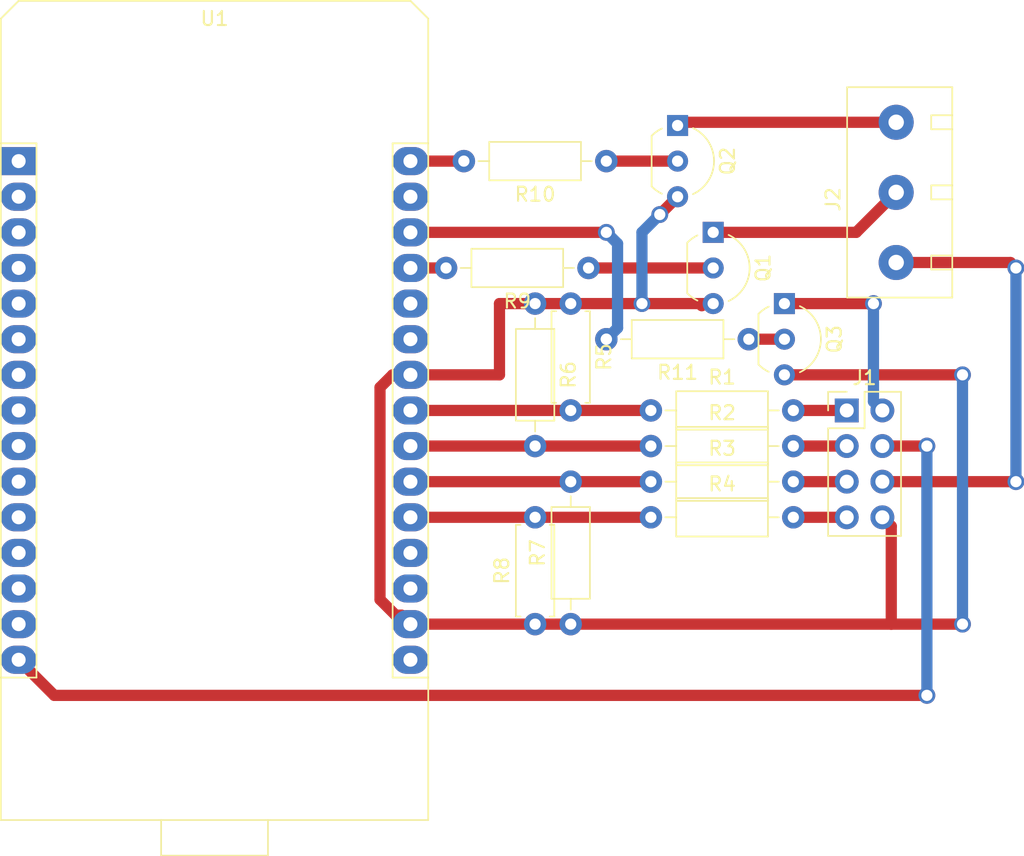
<source format=kicad_pcb>
(kicad_pcb (version 20171130) (host pcbnew 5.1.11-e4df9d881f~92~ubuntu20.04.1)

  (general
    (thickness 1.6)
    (drawings 0)
    (tracks 74)
    (zones 0)
    (modules 17)
    (nets 21)
  )

  (page A4)
  (layers
    (0 F.Cu signal)
    (31 B.Cu signal)
    (32 B.Adhes user)
    (33 F.Adhes user)
    (34 B.Paste user)
    (35 F.Paste user)
    (36 B.SilkS user)
    (37 F.SilkS user)
    (38 B.Mask user)
    (39 F.Mask user)
    (40 Dwgs.User user)
    (41 Cmts.User user)
    (42 Eco1.User user)
    (43 Eco2.User user)
    (44 Edge.Cuts user)
    (45 Margin user)
    (46 B.CrtYd user)
    (47 F.CrtYd user)
    (48 B.Fab user)
    (49 F.Fab user)
  )

  (setup
    (last_trace_width 0.8)
    (trace_clearance 0.5)
    (zone_clearance 0.508)
    (zone_45_only no)
    (trace_min 0.2)
    (via_size 1.2)
    (via_drill 0.8)
    (via_min_size 0.4)
    (via_min_drill 0.3)
    (uvia_size 0.3)
    (uvia_drill 0.1)
    (uvias_allowed no)
    (uvia_min_size 0.2)
    (uvia_min_drill 0.1)
    (edge_width 0.05)
    (segment_width 0.2)
    (pcb_text_width 0.3)
    (pcb_text_size 1.5 1.5)
    (mod_edge_width 0.12)
    (mod_text_size 1 1)
    (mod_text_width 0.15)
    (pad_size 1.524 1.524)
    (pad_drill 0.762)
    (pad_to_mask_clearance 0)
    (aux_axis_origin 0 0)
    (visible_elements FFFFFF7F)
    (pcbplotparams
      (layerselection 0x010fc_ffffffff)
      (usegerberextensions false)
      (usegerberattributes true)
      (usegerberadvancedattributes true)
      (creategerberjobfile true)
      (excludeedgelayer true)
      (linewidth 0.100000)
      (plotframeref false)
      (viasonmask false)
      (mode 1)
      (useauxorigin false)
      (hpglpennumber 1)
      (hpglpenspeed 20)
      (hpglpendiameter 15.000000)
      (psnegative false)
      (psa4output false)
      (plotreference true)
      (plotvalue true)
      (plotinvisibletext false)
      (padsonsilk false)
      (subtractmaskfromsilk false)
      (outputformat 1)
      (mirror false)
      (drillshape 1)
      (scaleselection 1)
      (outputdirectory ""))
  )

  (net 0 "")
  (net 1 Master1)
  (net 2 Master2)
  (net 3 Second1)
  (net 4 Second2)
  (net 5 +5V)
  (net 6 Switch)
  (net 7 GND)
  (net 8 "Net-(Q1-Pad2)")
  (net 9 "Net-(R9-Pad2)")
  (net 10 D8)
  (net 11 D7)
  (net 12 D6)
  (net 13 D5)
  (net 14 +12V)
  (net 15 "Net-(J2-Pad2)")
  (net 16 "Net-(Q2-Pad2)")
  (net 17 "Net-(Q3-Pad2)")
  (net 18 "Net-(R10-Pad2)")
  (net 19 "Net-(R11-Pad2)")
  (net 20 "Net-(J2-Pad1)")

  (net_class Default "This is the default net class."
    (clearance 0.5)
    (trace_width 0.8)
    (via_dia 1.2)
    (via_drill 0.8)
    (uvia_dia 0.3)
    (uvia_drill 0.1)
    (add_net +12V)
    (add_net +5V)
    (add_net D5)
    (add_net D6)
    (add_net D7)
    (add_net D8)
    (add_net GND)
    (add_net Master1)
    (add_net Master2)
    (add_net "Net-(J2-Pad1)")
    (add_net "Net-(J2-Pad2)")
    (add_net "Net-(Q1-Pad2)")
    (add_net "Net-(Q2-Pad2)")
    (add_net "Net-(Q3-Pad2)")
    (add_net "Net-(R10-Pad2)")
    (add_net "Net-(R11-Pad2)")
    (add_net "Net-(R9-Pad2)")
    (add_net Second1)
    (add_net Second2)
    (add_net Switch)
  )

  (module Connector_PinHeader_2.54mm:PinHeader_2x04_P2.54mm_Vertical (layer F.Cu) (tedit 59FED5CC) (tstamp 61717F7E)
    (at 161.925 111.76)
    (descr "Through hole straight pin header, 2x04, 2.54mm pitch, double rows")
    (tags "Through hole pin header THT 2x04 2.54mm double row")
    (path /616E8FB9)
    (fp_text reference J1 (at 1.27 -2.33) (layer F.SilkS)
      (effects (font (size 1 1) (thickness 0.15)))
    )
    (fp_text value Conn_02x04_Odd_Even (at 1.27 9.95) (layer F.Fab)
      (effects (font (size 1 1) (thickness 0.15)))
    )
    (fp_line (start 0 -1.27) (end 3.81 -1.27) (layer F.Fab) (width 0.1))
    (fp_line (start 3.81 -1.27) (end 3.81 8.89) (layer F.Fab) (width 0.1))
    (fp_line (start 3.81 8.89) (end -1.27 8.89) (layer F.Fab) (width 0.1))
    (fp_line (start -1.27 8.89) (end -1.27 0) (layer F.Fab) (width 0.1))
    (fp_line (start -1.27 0) (end 0 -1.27) (layer F.Fab) (width 0.1))
    (fp_line (start -1.33 8.95) (end 3.87 8.95) (layer F.SilkS) (width 0.12))
    (fp_line (start -1.33 1.27) (end -1.33 8.95) (layer F.SilkS) (width 0.12))
    (fp_line (start 3.87 -1.33) (end 3.87 8.95) (layer F.SilkS) (width 0.12))
    (fp_line (start -1.33 1.27) (end 1.27 1.27) (layer F.SilkS) (width 0.12))
    (fp_line (start 1.27 1.27) (end 1.27 -1.33) (layer F.SilkS) (width 0.12))
    (fp_line (start 1.27 -1.33) (end 3.87 -1.33) (layer F.SilkS) (width 0.12))
    (fp_line (start -1.33 0) (end -1.33 -1.33) (layer F.SilkS) (width 0.12))
    (fp_line (start -1.33 -1.33) (end 0 -1.33) (layer F.SilkS) (width 0.12))
    (fp_line (start -1.8 -1.8) (end -1.8 9.4) (layer F.CrtYd) (width 0.05))
    (fp_line (start -1.8 9.4) (end 4.35 9.4) (layer F.CrtYd) (width 0.05))
    (fp_line (start 4.35 9.4) (end 4.35 -1.8) (layer F.CrtYd) (width 0.05))
    (fp_line (start 4.35 -1.8) (end -1.8 -1.8) (layer F.CrtYd) (width 0.05))
    (fp_text user %R (at 1.27 3.81 90) (layer F.Fab)
      (effects (font (size 1 1) (thickness 0.15)))
    )
    (pad 1 thru_hole rect (at 0 0) (size 1.7 1.7) (drill 1) (layers *.Cu *.Mask)
      (net 1 Master1))
    (pad 2 thru_hole oval (at 2.54 0) (size 1.7 1.7) (drill 1) (layers *.Cu *.Mask)
      (net 6 Switch))
    (pad 3 thru_hole oval (at 0 2.54) (size 1.7 1.7) (drill 1) (layers *.Cu *.Mask)
      (net 2 Master2))
    (pad 4 thru_hole oval (at 2.54 2.54) (size 1.7 1.7) (drill 1) (layers *.Cu *.Mask)
      (net 5 +5V))
    (pad 5 thru_hole oval (at 0 5.08) (size 1.7 1.7) (drill 1) (layers *.Cu *.Mask)
      (net 3 Second1))
    (pad 6 thru_hole oval (at 2.54 5.08) (size 1.7 1.7) (drill 1) (layers *.Cu *.Mask)
      (net 14 +12V))
    (pad 7 thru_hole oval (at 0 7.62) (size 1.7 1.7) (drill 1) (layers *.Cu *.Mask)
      (net 4 Second2))
    (pad 8 thru_hole oval (at 2.54 7.62) (size 1.7 1.7) (drill 1) (layers *.Cu *.Mask)
      (net 7 GND))
    (model ${KISYS3DMOD}/Connector_PinHeader_2.54mm.3dshapes/PinHeader_2x04_P2.54mm_Vertical.wrl
      (at (xyz 0 0 0))
      (scale (xyz 1 1 1))
      (rotate (xyz 0 0 0))
    )
  )

  (module Resistor_THT:R_Axial_DIN0207_L6.3mm_D2.5mm_P10.16mm_Horizontal (layer F.Cu) (tedit 5AE5139B) (tstamp 61717FCE)
    (at 147.955 111.76)
    (descr "Resistor, Axial_DIN0207 series, Axial, Horizontal, pin pitch=10.16mm, 0.25W = 1/4W, length*diameter=6.3*2.5mm^2, http://cdn-reichelt.de/documents/datenblatt/B400/1_4W%23YAG.pdf")
    (tags "Resistor Axial_DIN0207 series Axial Horizontal pin pitch 10.16mm 0.25W = 1/4W length 6.3mm diameter 2.5mm")
    (path /616EFE50)
    (fp_text reference R1 (at 5.08 -2.37) (layer F.SilkS)
      (effects (font (size 1 1) (thickness 0.15)))
    )
    (fp_text value 15k (at 5.08 2.37) (layer F.Fab)
      (effects (font (size 1 1) (thickness 0.15)))
    )
    (fp_line (start 11.21 -1.5) (end -1.05 -1.5) (layer F.CrtYd) (width 0.05))
    (fp_line (start 11.21 1.5) (end 11.21 -1.5) (layer F.CrtYd) (width 0.05))
    (fp_line (start -1.05 1.5) (end 11.21 1.5) (layer F.CrtYd) (width 0.05))
    (fp_line (start -1.05 -1.5) (end -1.05 1.5) (layer F.CrtYd) (width 0.05))
    (fp_line (start 9.12 0) (end 8.35 0) (layer F.SilkS) (width 0.12))
    (fp_line (start 1.04 0) (end 1.81 0) (layer F.SilkS) (width 0.12))
    (fp_line (start 8.35 -1.37) (end 1.81 -1.37) (layer F.SilkS) (width 0.12))
    (fp_line (start 8.35 1.37) (end 8.35 -1.37) (layer F.SilkS) (width 0.12))
    (fp_line (start 1.81 1.37) (end 8.35 1.37) (layer F.SilkS) (width 0.12))
    (fp_line (start 1.81 -1.37) (end 1.81 1.37) (layer F.SilkS) (width 0.12))
    (fp_line (start 10.16 0) (end 8.23 0) (layer F.Fab) (width 0.1))
    (fp_line (start 0 0) (end 1.93 0) (layer F.Fab) (width 0.1))
    (fp_line (start 8.23 -1.25) (end 1.93 -1.25) (layer F.Fab) (width 0.1))
    (fp_line (start 8.23 1.25) (end 8.23 -1.25) (layer F.Fab) (width 0.1))
    (fp_line (start 1.93 1.25) (end 8.23 1.25) (layer F.Fab) (width 0.1))
    (fp_line (start 1.93 -1.25) (end 1.93 1.25) (layer F.Fab) (width 0.1))
    (fp_text user %R (at 5.08 0) (layer F.Fab)
      (effects (font (size 1 1) (thickness 0.15)))
    )
    (pad 2 thru_hole oval (at 10.16 0) (size 1.6 1.6) (drill 0.8) (layers *.Cu *.Mask)
      (net 1 Master1))
    (pad 1 thru_hole circle (at 0 0) (size 1.6 1.6) (drill 0.8) (layers *.Cu *.Mask)
      (net 13 D5))
    (model ${KISYS3DMOD}/Resistor_THT.3dshapes/R_Axial_DIN0207_L6.3mm_D2.5mm_P10.16mm_Horizontal.wrl
      (at (xyz 0 0 0))
      (scale (xyz 1 1 1))
      (rotate (xyz 0 0 0))
    )
  )

  (module Resistor_THT:R_Axial_DIN0207_L6.3mm_D2.5mm_P10.16mm_Horizontal (layer F.Cu) (tedit 5AE5139B) (tstamp 6171801C)
    (at 147.955 114.3)
    (descr "Resistor, Axial_DIN0207 series, Axial, Horizontal, pin pitch=10.16mm, 0.25W = 1/4W, length*diameter=6.3*2.5mm^2, http://cdn-reichelt.de/documents/datenblatt/B400/1_4W%23YAG.pdf")
    (tags "Resistor Axial_DIN0207 series Axial Horizontal pin pitch 10.16mm 0.25W = 1/4W length 6.3mm diameter 2.5mm")
    (path /616FE5D3)
    (fp_text reference R2 (at 5.08 -2.37) (layer F.SilkS)
      (effects (font (size 1 1) (thickness 0.15)))
    )
    (fp_text value 15k (at 5.08 2.37) (layer F.Fab)
      (effects (font (size 1 1) (thickness 0.15)))
    )
    (fp_line (start 11.21 -1.5) (end -1.05 -1.5) (layer F.CrtYd) (width 0.05))
    (fp_line (start 11.21 1.5) (end 11.21 -1.5) (layer F.CrtYd) (width 0.05))
    (fp_line (start -1.05 1.5) (end 11.21 1.5) (layer F.CrtYd) (width 0.05))
    (fp_line (start -1.05 -1.5) (end -1.05 1.5) (layer F.CrtYd) (width 0.05))
    (fp_line (start 9.12 0) (end 8.35 0) (layer F.SilkS) (width 0.12))
    (fp_line (start 1.04 0) (end 1.81 0) (layer F.SilkS) (width 0.12))
    (fp_line (start 8.35 -1.37) (end 1.81 -1.37) (layer F.SilkS) (width 0.12))
    (fp_line (start 8.35 1.37) (end 8.35 -1.37) (layer F.SilkS) (width 0.12))
    (fp_line (start 1.81 1.37) (end 8.35 1.37) (layer F.SilkS) (width 0.12))
    (fp_line (start 1.81 -1.37) (end 1.81 1.37) (layer F.SilkS) (width 0.12))
    (fp_line (start 10.16 0) (end 8.23 0) (layer F.Fab) (width 0.1))
    (fp_line (start 0 0) (end 1.93 0) (layer F.Fab) (width 0.1))
    (fp_line (start 8.23 -1.25) (end 1.93 -1.25) (layer F.Fab) (width 0.1))
    (fp_line (start 8.23 1.25) (end 8.23 -1.25) (layer F.Fab) (width 0.1))
    (fp_line (start 1.93 1.25) (end 8.23 1.25) (layer F.Fab) (width 0.1))
    (fp_line (start 1.93 -1.25) (end 1.93 1.25) (layer F.Fab) (width 0.1))
    (fp_text user %R (at 5.08 0) (layer F.Fab)
      (effects (font (size 1 1) (thickness 0.15)))
    )
    (pad 2 thru_hole oval (at 10.16 0) (size 1.6 1.6) (drill 0.8) (layers *.Cu *.Mask)
      (net 2 Master2))
    (pad 1 thru_hole circle (at 0 0) (size 1.6 1.6) (drill 0.8) (layers *.Cu *.Mask)
      (net 12 D6))
    (model ${KISYS3DMOD}/Resistor_THT.3dshapes/R_Axial_DIN0207_L6.3mm_D2.5mm_P10.16mm_Horizontal.wrl
      (at (xyz 0 0 0))
      (scale (xyz 1 1 1))
      (rotate (xyz 0 0 0))
    )
  )

  (module Resistor_THT:R_Axial_DIN0207_L6.3mm_D2.5mm_P10.16mm_Horizontal (layer F.Cu) (tedit 5AE5139B) (tstamp 617181AA)
    (at 147.955 116.84)
    (descr "Resistor, Axial_DIN0207 series, Axial, Horizontal, pin pitch=10.16mm, 0.25W = 1/4W, length*diameter=6.3*2.5mm^2, http://cdn-reichelt.de/documents/datenblatt/B400/1_4W%23YAG.pdf")
    (tags "Resistor Axial_DIN0207 series Axial Horizontal pin pitch 10.16mm 0.25W = 1/4W length 6.3mm diameter 2.5mm")
    (path /61704A6F)
    (fp_text reference R3 (at 5.08 -2.37) (layer F.SilkS)
      (effects (font (size 1 1) (thickness 0.15)))
    )
    (fp_text value 15k (at 5.08 2.37) (layer F.Fab)
      (effects (font (size 1 1) (thickness 0.15)))
    )
    (fp_line (start 11.21 -1.5) (end -1.05 -1.5) (layer F.CrtYd) (width 0.05))
    (fp_line (start 11.21 1.5) (end 11.21 -1.5) (layer F.CrtYd) (width 0.05))
    (fp_line (start -1.05 1.5) (end 11.21 1.5) (layer F.CrtYd) (width 0.05))
    (fp_line (start -1.05 -1.5) (end -1.05 1.5) (layer F.CrtYd) (width 0.05))
    (fp_line (start 9.12 0) (end 8.35 0) (layer F.SilkS) (width 0.12))
    (fp_line (start 1.04 0) (end 1.81 0) (layer F.SilkS) (width 0.12))
    (fp_line (start 8.35 -1.37) (end 1.81 -1.37) (layer F.SilkS) (width 0.12))
    (fp_line (start 8.35 1.37) (end 8.35 -1.37) (layer F.SilkS) (width 0.12))
    (fp_line (start 1.81 1.37) (end 8.35 1.37) (layer F.SilkS) (width 0.12))
    (fp_line (start 1.81 -1.37) (end 1.81 1.37) (layer F.SilkS) (width 0.12))
    (fp_line (start 10.16 0) (end 8.23 0) (layer F.Fab) (width 0.1))
    (fp_line (start 0 0) (end 1.93 0) (layer F.Fab) (width 0.1))
    (fp_line (start 8.23 -1.25) (end 1.93 -1.25) (layer F.Fab) (width 0.1))
    (fp_line (start 8.23 1.25) (end 8.23 -1.25) (layer F.Fab) (width 0.1))
    (fp_line (start 1.93 1.25) (end 8.23 1.25) (layer F.Fab) (width 0.1))
    (fp_line (start 1.93 -1.25) (end 1.93 1.25) (layer F.Fab) (width 0.1))
    (fp_text user %R (at 5.08 0) (layer F.Fab)
      (effects (font (size 1 1) (thickness 0.15)))
    )
    (pad 2 thru_hole oval (at 10.16 0) (size 1.6 1.6) (drill 0.8) (layers *.Cu *.Mask)
      (net 3 Second1))
    (pad 1 thru_hole circle (at 0 0) (size 1.6 1.6) (drill 0.8) (layers *.Cu *.Mask)
      (net 11 D7))
    (model ${KISYS3DMOD}/Resistor_THT.3dshapes/R_Axial_DIN0207_L6.3mm_D2.5mm_P10.16mm_Horizontal.wrl
      (at (xyz 0 0 0))
      (scale (xyz 1 1 1))
      (rotate (xyz 0 0 0))
    )
  )

  (module Resistor_THT:R_Axial_DIN0207_L6.3mm_D2.5mm_P10.16mm_Horizontal (layer F.Cu) (tedit 5AE5139B) (tstamp 617180A0)
    (at 147.955 119.38)
    (descr "Resistor, Axial_DIN0207 series, Axial, Horizontal, pin pitch=10.16mm, 0.25W = 1/4W, length*diameter=6.3*2.5mm^2, http://cdn-reichelt.de/documents/datenblatt/B400/1_4W%23YAG.pdf")
    (tags "Resistor Axial_DIN0207 series Axial Horizontal pin pitch 10.16mm 0.25W = 1/4W length 6.3mm diameter 2.5mm")
    (path /61706E06)
    (fp_text reference R4 (at 5.08 -2.37) (layer F.SilkS)
      (effects (font (size 1 1) (thickness 0.15)))
    )
    (fp_text value 15k (at 5.08 2.37) (layer F.Fab)
      (effects (font (size 1 1) (thickness 0.15)))
    )
    (fp_line (start 11.21 -1.5) (end -1.05 -1.5) (layer F.CrtYd) (width 0.05))
    (fp_line (start 11.21 1.5) (end 11.21 -1.5) (layer F.CrtYd) (width 0.05))
    (fp_line (start -1.05 1.5) (end 11.21 1.5) (layer F.CrtYd) (width 0.05))
    (fp_line (start -1.05 -1.5) (end -1.05 1.5) (layer F.CrtYd) (width 0.05))
    (fp_line (start 9.12 0) (end 8.35 0) (layer F.SilkS) (width 0.12))
    (fp_line (start 1.04 0) (end 1.81 0) (layer F.SilkS) (width 0.12))
    (fp_line (start 8.35 -1.37) (end 1.81 -1.37) (layer F.SilkS) (width 0.12))
    (fp_line (start 8.35 1.37) (end 8.35 -1.37) (layer F.SilkS) (width 0.12))
    (fp_line (start 1.81 1.37) (end 8.35 1.37) (layer F.SilkS) (width 0.12))
    (fp_line (start 1.81 -1.37) (end 1.81 1.37) (layer F.SilkS) (width 0.12))
    (fp_line (start 10.16 0) (end 8.23 0) (layer F.Fab) (width 0.1))
    (fp_line (start 0 0) (end 1.93 0) (layer F.Fab) (width 0.1))
    (fp_line (start 8.23 -1.25) (end 1.93 -1.25) (layer F.Fab) (width 0.1))
    (fp_line (start 8.23 1.25) (end 8.23 -1.25) (layer F.Fab) (width 0.1))
    (fp_line (start 1.93 1.25) (end 8.23 1.25) (layer F.Fab) (width 0.1))
    (fp_line (start 1.93 -1.25) (end 1.93 1.25) (layer F.Fab) (width 0.1))
    (fp_text user %R (at 5.08 0) (layer F.Fab)
      (effects (font (size 1 1) (thickness 0.15)))
    )
    (pad 2 thru_hole oval (at 10.16 0) (size 1.6 1.6) (drill 0.8) (layers *.Cu *.Mask)
      (net 4 Second2))
    (pad 1 thru_hole circle (at 0 0) (size 1.6 1.6) (drill 0.8) (layers *.Cu *.Mask)
      (net 10 D8))
    (model ${KISYS3DMOD}/Resistor_THT.3dshapes/R_Axial_DIN0207_L6.3mm_D2.5mm_P10.16mm_Horizontal.wrl
      (at (xyz 0 0 0))
      (scale (xyz 1 1 1))
      (rotate (xyz 0 0 0))
    )
  )

  (module Resistor_THT:R_Axial_DIN0207_L6.3mm_D2.5mm_P10.16mm_Horizontal (layer F.Cu) (tedit 5AE5139B) (tstamp 616F38D1)
    (at 139.7 104.14 270)
    (descr "Resistor, Axial_DIN0207 series, Axial, Horizontal, pin pitch=10.16mm, 0.25W = 1/4W, length*diameter=6.3*2.5mm^2, http://cdn-reichelt.de/documents/datenblatt/B400/1_4W%23YAG.pdf")
    (tags "Resistor Axial_DIN0207 series Axial Horizontal pin pitch 10.16mm 0.25W = 1/4W length 6.3mm diameter 2.5mm")
    (path /616FE5D9)
    (fp_text reference R6 (at 5.08 -2.37 90) (layer F.SilkS)
      (effects (font (size 1 1) (thickness 0.15)))
    )
    (fp_text value 1,2k (at 5.08 2.37 90) (layer F.Fab)
      (effects (font (size 1 1) (thickness 0.15)))
    )
    (fp_line (start 1.93 -1.25) (end 1.93 1.25) (layer F.Fab) (width 0.1))
    (fp_line (start 1.93 1.25) (end 8.23 1.25) (layer F.Fab) (width 0.1))
    (fp_line (start 8.23 1.25) (end 8.23 -1.25) (layer F.Fab) (width 0.1))
    (fp_line (start 8.23 -1.25) (end 1.93 -1.25) (layer F.Fab) (width 0.1))
    (fp_line (start 0 0) (end 1.93 0) (layer F.Fab) (width 0.1))
    (fp_line (start 10.16 0) (end 8.23 0) (layer F.Fab) (width 0.1))
    (fp_line (start 1.81 -1.37) (end 1.81 1.37) (layer F.SilkS) (width 0.12))
    (fp_line (start 1.81 1.37) (end 8.35 1.37) (layer F.SilkS) (width 0.12))
    (fp_line (start 8.35 1.37) (end 8.35 -1.37) (layer F.SilkS) (width 0.12))
    (fp_line (start 8.35 -1.37) (end 1.81 -1.37) (layer F.SilkS) (width 0.12))
    (fp_line (start 1.04 0) (end 1.81 0) (layer F.SilkS) (width 0.12))
    (fp_line (start 9.12 0) (end 8.35 0) (layer F.SilkS) (width 0.12))
    (fp_line (start -1.05 -1.5) (end -1.05 1.5) (layer F.CrtYd) (width 0.05))
    (fp_line (start -1.05 1.5) (end 11.21 1.5) (layer F.CrtYd) (width 0.05))
    (fp_line (start 11.21 1.5) (end 11.21 -1.5) (layer F.CrtYd) (width 0.05))
    (fp_line (start 11.21 -1.5) (end -1.05 -1.5) (layer F.CrtYd) (width 0.05))
    (fp_text user %R (at 5.08 0 90) (layer F.Fab)
      (effects (font (size 1 1) (thickness 0.15)))
    )
    (pad 1 thru_hole circle (at 0 0 270) (size 1.6 1.6) (drill 0.8) (layers *.Cu *.Mask)
      (net 7 GND))
    (pad 2 thru_hole oval (at 10.16 0 270) (size 1.6 1.6) (drill 0.8) (layers *.Cu *.Mask)
      (net 12 D6))
    (model ${KISYS3DMOD}/Resistor_THT.3dshapes/R_Axial_DIN0207_L6.3mm_D2.5mm_P10.16mm_Horizontal.wrl
      (at (xyz 0 0 0))
      (scale (xyz 1 1 1))
      (rotate (xyz 0 0 0))
    )
  )

  (module Resistor_THT:R_Axial_DIN0207_L6.3mm_D2.5mm_P10.16mm_Horizontal (layer F.Cu) (tedit 5AE5139B) (tstamp 616F38E8)
    (at 142.24 127 90)
    (descr "Resistor, Axial_DIN0207 series, Axial, Horizontal, pin pitch=10.16mm, 0.25W = 1/4W, length*diameter=6.3*2.5mm^2, http://cdn-reichelt.de/documents/datenblatt/B400/1_4W%23YAG.pdf")
    (tags "Resistor Axial_DIN0207 series Axial Horizontal pin pitch 10.16mm 0.25W = 1/4W length 6.3mm diameter 2.5mm")
    (path /61704A75)
    (fp_text reference R7 (at 5.08 -2.37 90) (layer F.SilkS)
      (effects (font (size 1 1) (thickness 0.15)))
    )
    (fp_text value 1,2k (at 5.08 2.37 90) (layer F.Fab)
      (effects (font (size 1 1) (thickness 0.15)))
    )
    (fp_line (start 1.93 -1.25) (end 1.93 1.25) (layer F.Fab) (width 0.1))
    (fp_line (start 1.93 1.25) (end 8.23 1.25) (layer F.Fab) (width 0.1))
    (fp_line (start 8.23 1.25) (end 8.23 -1.25) (layer F.Fab) (width 0.1))
    (fp_line (start 8.23 -1.25) (end 1.93 -1.25) (layer F.Fab) (width 0.1))
    (fp_line (start 0 0) (end 1.93 0) (layer F.Fab) (width 0.1))
    (fp_line (start 10.16 0) (end 8.23 0) (layer F.Fab) (width 0.1))
    (fp_line (start 1.81 -1.37) (end 1.81 1.37) (layer F.SilkS) (width 0.12))
    (fp_line (start 1.81 1.37) (end 8.35 1.37) (layer F.SilkS) (width 0.12))
    (fp_line (start 8.35 1.37) (end 8.35 -1.37) (layer F.SilkS) (width 0.12))
    (fp_line (start 8.35 -1.37) (end 1.81 -1.37) (layer F.SilkS) (width 0.12))
    (fp_line (start 1.04 0) (end 1.81 0) (layer F.SilkS) (width 0.12))
    (fp_line (start 9.12 0) (end 8.35 0) (layer F.SilkS) (width 0.12))
    (fp_line (start -1.05 -1.5) (end -1.05 1.5) (layer F.CrtYd) (width 0.05))
    (fp_line (start -1.05 1.5) (end 11.21 1.5) (layer F.CrtYd) (width 0.05))
    (fp_line (start 11.21 1.5) (end 11.21 -1.5) (layer F.CrtYd) (width 0.05))
    (fp_line (start 11.21 -1.5) (end -1.05 -1.5) (layer F.CrtYd) (width 0.05))
    (fp_text user %R (at 5.08 0 90) (layer F.Fab)
      (effects (font (size 1 1) (thickness 0.15)))
    )
    (pad 1 thru_hole circle (at 0 0 90) (size 1.6 1.6) (drill 0.8) (layers *.Cu *.Mask)
      (net 7 GND))
    (pad 2 thru_hole oval (at 10.16 0 90) (size 1.6 1.6) (drill 0.8) (layers *.Cu *.Mask)
      (net 11 D7))
    (model ${KISYS3DMOD}/Resistor_THT.3dshapes/R_Axial_DIN0207_L6.3mm_D2.5mm_P10.16mm_Horizontal.wrl
      (at (xyz 0 0 0))
      (scale (xyz 1 1 1))
      (rotate (xyz 0 0 0))
    )
  )

  (module Resistor_THT:R_Axial_DIN0207_L6.3mm_D2.5mm_P10.16mm_Horizontal (layer F.Cu) (tedit 5AE5139B) (tstamp 616F3916)
    (at 143.51 101.6 180)
    (descr "Resistor, Axial_DIN0207 series, Axial, Horizontal, pin pitch=10.16mm, 0.25W = 1/4W, length*diameter=6.3*2.5mm^2, http://cdn-reichelt.de/documents/datenblatt/B400/1_4W%23YAG.pdf")
    (tags "Resistor Axial_DIN0207 series Axial Horizontal pin pitch 10.16mm 0.25W = 1/4W length 6.3mm diameter 2.5mm")
    (path /616D9C2F)
    (fp_text reference R9 (at 5.08 -2.37) (layer F.SilkS)
      (effects (font (size 1 1) (thickness 0.15)))
    )
    (fp_text value R (at 5.08 2.37) (layer F.Fab)
      (effects (font (size 1 1) (thickness 0.15)))
    )
    (fp_line (start 1.93 -1.25) (end 1.93 1.25) (layer F.Fab) (width 0.1))
    (fp_line (start 1.93 1.25) (end 8.23 1.25) (layer F.Fab) (width 0.1))
    (fp_line (start 8.23 1.25) (end 8.23 -1.25) (layer F.Fab) (width 0.1))
    (fp_line (start 8.23 -1.25) (end 1.93 -1.25) (layer F.Fab) (width 0.1))
    (fp_line (start 0 0) (end 1.93 0) (layer F.Fab) (width 0.1))
    (fp_line (start 10.16 0) (end 8.23 0) (layer F.Fab) (width 0.1))
    (fp_line (start 1.81 -1.37) (end 1.81 1.37) (layer F.SilkS) (width 0.12))
    (fp_line (start 1.81 1.37) (end 8.35 1.37) (layer F.SilkS) (width 0.12))
    (fp_line (start 8.35 1.37) (end 8.35 -1.37) (layer F.SilkS) (width 0.12))
    (fp_line (start 8.35 -1.37) (end 1.81 -1.37) (layer F.SilkS) (width 0.12))
    (fp_line (start 1.04 0) (end 1.81 0) (layer F.SilkS) (width 0.12))
    (fp_line (start 9.12 0) (end 8.35 0) (layer F.SilkS) (width 0.12))
    (fp_line (start -1.05 -1.5) (end -1.05 1.5) (layer F.CrtYd) (width 0.05))
    (fp_line (start -1.05 1.5) (end 11.21 1.5) (layer F.CrtYd) (width 0.05))
    (fp_line (start 11.21 1.5) (end 11.21 -1.5) (layer F.CrtYd) (width 0.05))
    (fp_line (start 11.21 -1.5) (end -1.05 -1.5) (layer F.CrtYd) (width 0.05))
    (fp_text user %R (at 5.08 0) (layer F.Fab)
      (effects (font (size 1 1) (thickness 0.15)))
    )
    (pad 1 thru_hole circle (at 0 0 180) (size 1.6 1.6) (drill 0.8) (layers *.Cu *.Mask)
      (net 8 "Net-(Q1-Pad2)"))
    (pad 2 thru_hole oval (at 10.16 0 180) (size 1.6 1.6) (drill 0.8) (layers *.Cu *.Mask)
      (net 9 "Net-(R9-Pad2)"))
    (model ${KISYS3DMOD}/Resistor_THT.3dshapes/R_Axial_DIN0207_L6.3mm_D2.5mm_P10.16mm_Horizontal.wrl
      (at (xyz 0 0 0))
      (scale (xyz 1 1 1))
      (rotate (xyz 0 0 0))
    )
  )

  (module myself:node_MCU_ESP8266_longpad (layer F.Cu) (tedit 616FC4E3) (tstamp 617033E1)
    (at 102.87 93.98)
    (descr "Arduino Nano, http://www.mouser.com/pdfdocs/Gravitech_Arduino_Nano3_0.pdf")
    (tags "Arduino Nano")
    (path /616D6B6E)
    (fp_text reference U1 (at 13.97 -10.16) (layer F.SilkS)
      (effects (font (size 1 1) (thickness 0.15)))
    )
    (fp_text value NodeMCU_Amica_R2 (at 13.97 19.05 90) (layer F.Fab)
      (effects (font (size 1 1) (thickness 0.15)))
    )
    (fp_line (start 10.16 46.99) (end -1.27 46.99) (layer F.CrtYd) (width 0.12))
    (fp_line (start 10.16 49.53) (end 10.16 46.99) (layer F.CrtYd) (width 0.12))
    (fp_line (start 17.78 49.53) (end 10.16 49.53) (layer F.CrtYd) (width 0.12))
    (fp_line (start 17.78 46.99) (end 17.78 49.53) (layer F.CrtYd) (width 0.12))
    (fp_line (start 27.94 -11.43) (end 29.21 -10.16) (layer F.SilkS) (width 0.12))
    (fp_line (start -1.27 -10.16) (end 0 -11.43) (layer F.SilkS) (width 0.12))
    (fp_line (start 17.78 49.53) (end 17.78 46.99) (layer F.SilkS) (width 0.12))
    (fp_line (start 10.16 49.53) (end 17.78 49.53) (layer F.SilkS) (width 0.12))
    (fp_line (start 10.16 46.99) (end 10.16 49.53) (layer F.SilkS) (width 0.12))
    (fp_line (start 29.21 46.99) (end 17.78 46.99) (layer F.CrtYd) (width 0.05))
    (fp_line (start 29.21 46.99) (end 29.21 -11.43) (layer F.CrtYd) (width 0.05))
    (fp_line (start -1.27 -11.43) (end -1.27 46.99) (layer F.CrtYd) (width 0.05))
    (fp_line (start -1.27 -11.43) (end 29.21 -11.43) (layer F.CrtYd) (width 0.05))
    (fp_line (start 27.94 -11.43) (end 0 -11.43) (layer F.SilkS) (width 0.12))
    (fp_line (start 29.21 46.99) (end 29.21 -10.16) (layer F.SilkS) (width 0.12))
    (fp_line (start -1.27 46.99) (end 29.21 46.99) (layer F.SilkS) (width 0.12))
    (fp_line (start 1.27 36.83) (end -1.27 36.83) (layer F.SilkS) (width 0.12))
    (fp_line (start 1.27 1.27) (end 1.27 36.83) (layer F.SilkS) (width 0.12))
    (fp_line (start 26.67 36.83) (end 29.21 36.83) (layer F.SilkS) (width 0.12))
    (fp_line (start 26.67 -1.27) (end 26.67 36.83) (layer F.SilkS) (width 0.12))
    (fp_line (start 26.67 -1.27) (end 29.21 -1.27) (layer F.SilkS) (width 0.12))
    (fp_line (start -1.27 -10.16) (end -1.27 46.99) (layer F.SilkS) (width 0.12))
    (fp_line (start 1.27 -1.27) (end -1.27 -1.27) (layer F.SilkS) (width 0.12))
    (fp_line (start 1.27 1.27) (end 1.27 -1.27) (layer F.SilkS) (width 0.12))
    (pad 1 thru_hole rect (at 0 0) (size 2.54 2) (drill 1) (layers *.Cu *.Mask))
    (pad 17 thru_hole oval (at 27.94 33.02) (size 2.54 2) (drill 1) (layers *.Cu *.Mask)
      (net 7 GND))
    (pad 2 thru_hole oval (at 0 2.54) (size 2.54 2) (drill 1) (layers *.Cu *.Mask))
    (pad 18 thru_hole oval (at 27.94 30.48) (size 2.54 2) (drill 1) (layers *.Cu *.Mask))
    (pad 3 thru_hole oval (at 0 5.08) (size 2.54 2) (drill 1) (layers *.Cu *.Mask))
    (pad 19 thru_hole oval (at 27.94 27.94) (size 2.54 2) (drill 1) (layers *.Cu *.Mask))
    (pad 4 thru_hole oval (at 0 7.62) (size 2.54 2) (drill 1) (layers *.Cu *.Mask))
    (pad 20 thru_hole oval (at 27.94 25.4) (size 2.54 2) (drill 1) (layers *.Cu *.Mask)
      (net 10 D8))
    (pad 5 thru_hole oval (at 0 10.16) (size 2.54 2) (drill 1) (layers *.Cu *.Mask))
    (pad 21 thru_hole oval (at 27.94 22.86) (size 2.54 2) (drill 1) (layers *.Cu *.Mask)
      (net 11 D7))
    (pad 6 thru_hole oval (at 0 12.7) (size 2.54 2) (drill 1) (layers *.Cu *.Mask))
    (pad 22 thru_hole oval (at 27.94 20.32) (size 2.54 2) (drill 1) (layers *.Cu *.Mask)
      (net 12 D6))
    (pad 7 thru_hole oval (at 0 15.24) (size 2.54 2) (drill 1) (layers *.Cu *.Mask))
    (pad 23 thru_hole oval (at 27.94 17.78) (size 2.54 2) (drill 1) (layers *.Cu *.Mask)
      (net 13 D5))
    (pad 8 thru_hole oval (at 0 17.78) (size 2.54 2) (drill 1) (layers *.Cu *.Mask))
    (pad 24 thru_hole oval (at 27.94 15.24) (size 2.54 2) (drill 1) (layers *.Cu *.Mask)
      (net 7 GND))
    (pad 9 thru_hole oval (at 0 20.32) (size 2.54 2) (drill 1) (layers *.Cu *.Mask))
    (pad 25 thru_hole oval (at 27.94 12.7) (size 2.54 2) (drill 1) (layers *.Cu *.Mask))
    (pad 10 thru_hole oval (at 0 22.86) (size 2.54 2) (drill 1) (layers *.Cu *.Mask))
    (pad 26 thru_hole oval (at 27.94 10.16) (size 2.54 2) (drill 1) (layers *.Cu *.Mask))
    (pad 11 thru_hole oval (at 0 25.4) (size 2.54 2) (drill 1) (layers *.Cu *.Mask))
    (pad 27 thru_hole oval (at 27.94 7.62) (size 2.54 2) (drill 1) (layers *.Cu *.Mask)
      (net 9 "Net-(R9-Pad2)"))
    (pad 12 thru_hole oval (at 0 27.94) (size 2.54 2) (drill 1) (layers *.Cu *.Mask))
    (pad 28 thru_hole oval (at 27.94 5.08) (size 2.54 2) (drill 1) (layers *.Cu *.Mask)
      (net 19 "Net-(R11-Pad2)"))
    (pad 13 thru_hole oval (at 0 30.48) (size 2.54 2) (drill 1) (layers *.Cu *.Mask))
    (pad 29 thru_hole oval (at 27.94 2.54) (size 2.54 2) (drill 1) (layers *.Cu *.Mask))
    (pad 14 thru_hole oval (at 0 33.02) (size 2.54 2) (drill 1) (layers *.Cu *.Mask))
    (pad 30 thru_hole oval (at 27.94 0) (size 2.54 2) (drill 1) (layers *.Cu *.Mask)
      (net 18 "Net-(R10-Pad2)"))
    (pad 15 thru_hole oval (at 0 35.56) (size 2.54 2) (drill 1) (layers *.Cu *.Mask)
      (net 5 +5V))
    (pad 16 thru_hole oval (at 27.94 35.56) (size 2.54 2) (drill 1) (layers *.Cu *.Mask))
    (model ${KISYS3DMOD}/Module.3dshapes/Arduino_Nano_WithMountingHoles.wrl
      (at (xyz 0 0 0))
      (scale (xyz 1 1 1))
      (rotate (xyz 0 0 0))
    )
  )

  (module Resistor_THT:R_Axial_DIN0207_L6.3mm_D2.5mm_P7.62mm_Horizontal (layer F.Cu) (tedit 5AE5139B) (tstamp 6171882D)
    (at 142.24 104.14 270)
    (descr "Resistor, Axial_DIN0207 series, Axial, Horizontal, pin pitch=7.62mm, 0.25W = 1/4W, length*diameter=6.3*2.5mm^2, http://cdn-reichelt.de/documents/datenblatt/B400/1_4W%23YAG.pdf")
    (tags "Resistor Axial_DIN0207 series Axial Horizontal pin pitch 7.62mm 0.25W = 1/4W length 6.3mm diameter 2.5mm")
    (path /616F066D)
    (fp_text reference R5 (at 3.81 -2.37 90) (layer F.SilkS)
      (effects (font (size 1 1) (thickness 0.15)))
    )
    (fp_text value 1,2k (at 3.81 2.37 90) (layer F.Fab)
      (effects (font (size 1 1) (thickness 0.15)))
    )
    (fp_line (start 0.66 -1.25) (end 0.66 1.25) (layer F.Fab) (width 0.1))
    (fp_line (start 0.66 1.25) (end 6.96 1.25) (layer F.Fab) (width 0.1))
    (fp_line (start 6.96 1.25) (end 6.96 -1.25) (layer F.Fab) (width 0.1))
    (fp_line (start 6.96 -1.25) (end 0.66 -1.25) (layer F.Fab) (width 0.1))
    (fp_line (start 0 0) (end 0.66 0) (layer F.Fab) (width 0.1))
    (fp_line (start 7.62 0) (end 6.96 0) (layer F.Fab) (width 0.1))
    (fp_line (start 0.54 -1.04) (end 0.54 -1.37) (layer F.SilkS) (width 0.12))
    (fp_line (start 0.54 -1.37) (end 7.08 -1.37) (layer F.SilkS) (width 0.12))
    (fp_line (start 7.08 -1.37) (end 7.08 -1.04) (layer F.SilkS) (width 0.12))
    (fp_line (start 0.54 1.04) (end 0.54 1.37) (layer F.SilkS) (width 0.12))
    (fp_line (start 0.54 1.37) (end 7.08 1.37) (layer F.SilkS) (width 0.12))
    (fp_line (start 7.08 1.37) (end 7.08 1.04) (layer F.SilkS) (width 0.12))
    (fp_line (start -1.05 -1.5) (end -1.05 1.5) (layer F.CrtYd) (width 0.05))
    (fp_line (start -1.05 1.5) (end 8.67 1.5) (layer F.CrtYd) (width 0.05))
    (fp_line (start 8.67 1.5) (end 8.67 -1.5) (layer F.CrtYd) (width 0.05))
    (fp_line (start 8.67 -1.5) (end -1.05 -1.5) (layer F.CrtYd) (width 0.05))
    (fp_text user %R (at 3.81 0 90) (layer F.Fab)
      (effects (font (size 1 1) (thickness 0.15)))
    )
    (pad 1 thru_hole circle (at 0 0 270) (size 1.6 1.6) (drill 0.8) (layers *.Cu *.Mask)
      (net 7 GND))
    (pad 2 thru_hole oval (at 7.62 0 270) (size 1.6 1.6) (drill 0.8) (layers *.Cu *.Mask)
      (net 13 D5))
    (model ${KISYS3DMOD}/Resistor_THT.3dshapes/R_Axial_DIN0207_L6.3mm_D2.5mm_P7.62mm_Horizontal.wrl
      (at (xyz 0 0 0))
      (scale (xyz 1 1 1))
      (rotate (xyz 0 0 0))
    )
  )

  (module Resistor_THT:R_Axial_DIN0207_L6.3mm_D2.5mm_P7.62mm_Horizontal locked (layer F.Cu) (tedit 5AE5139B) (tstamp 61718843)
    (at 139.7 127 90)
    (descr "Resistor, Axial_DIN0207 series, Axial, Horizontal, pin pitch=7.62mm, 0.25W = 1/4W, length*diameter=6.3*2.5mm^2, http://cdn-reichelt.de/documents/datenblatt/B400/1_4W%23YAG.pdf")
    (tags "Resistor Axial_DIN0207 series Axial Horizontal pin pitch 7.62mm 0.25W = 1/4W length 6.3mm diameter 2.5mm")
    (path /61706E0C)
    (fp_text reference R8 (at 3.81 -2.37 90) (layer F.SilkS)
      (effects (font (size 1 1) (thickness 0.15)))
    )
    (fp_text value 1,2k (at 3.81 2.37 90) (layer F.Fab)
      (effects (font (size 1 1) (thickness 0.15)))
    )
    (fp_line (start 8.67 -1.5) (end -1.05 -1.5) (layer F.CrtYd) (width 0.05))
    (fp_line (start 8.67 1.5) (end 8.67 -1.5) (layer F.CrtYd) (width 0.05))
    (fp_line (start -1.05 1.5) (end 8.67 1.5) (layer F.CrtYd) (width 0.05))
    (fp_line (start -1.05 -1.5) (end -1.05 1.5) (layer F.CrtYd) (width 0.05))
    (fp_line (start 7.08 1.37) (end 7.08 1.04) (layer F.SilkS) (width 0.12))
    (fp_line (start 0.54 1.37) (end 7.08 1.37) (layer F.SilkS) (width 0.12))
    (fp_line (start 0.54 1.04) (end 0.54 1.37) (layer F.SilkS) (width 0.12))
    (fp_line (start 7.08 -1.37) (end 7.08 -1.04) (layer F.SilkS) (width 0.12))
    (fp_line (start 0.54 -1.37) (end 7.08 -1.37) (layer F.SilkS) (width 0.12))
    (fp_line (start 0.54 -1.04) (end 0.54 -1.37) (layer F.SilkS) (width 0.12))
    (fp_line (start 7.62 0) (end 6.96 0) (layer F.Fab) (width 0.1))
    (fp_line (start 0 0) (end 0.66 0) (layer F.Fab) (width 0.1))
    (fp_line (start 6.96 -1.25) (end 0.66 -1.25) (layer F.Fab) (width 0.1))
    (fp_line (start 6.96 1.25) (end 6.96 -1.25) (layer F.Fab) (width 0.1))
    (fp_line (start 0.66 1.25) (end 6.96 1.25) (layer F.Fab) (width 0.1))
    (fp_line (start 0.66 -1.25) (end 0.66 1.25) (layer F.Fab) (width 0.1))
    (fp_text user %R (at 3.81 0 90) (layer F.Fab)
      (effects (font (size 1 1) (thickness 0.15)))
    )
    (pad 2 thru_hole oval (at 7.62 0 90) (size 1.6 1.6) (drill 0.8) (layers *.Cu *.Mask)
      (net 10 D8))
    (pad 1 thru_hole circle (at 0 0 90) (size 1.6 1.6) (drill 0.8) (layers *.Cu *.Mask)
      (net 7 GND))
    (model ${KISYS3DMOD}/Resistor_THT.3dshapes/R_Axial_DIN0207_L6.3mm_D2.5mm_P7.62mm_Horizontal.wrl
      (at (xyz 0 0 0))
      (scale (xyz 1 1 1))
      (rotate (xyz 0 0 0))
    )
  )

  (module "myself:Connector 3xPin" (layer F.Cu) (tedit 6016E9A5) (tstamp 6171B5BD)
    (at 171.45 92.71 270)
    (path /61745BB6)
    (fp_text reference J2 (at 4 10.5 90) (layer F.SilkS)
      (effects (font (size 1 1) (thickness 0.15)))
    )
    (fp_text value Conn_01x03_Female (at 3.5 1 90) (layer F.Fab)
      (effects (font (size 1 1) (thickness 0.15)))
    )
    (fp_line (start 8 3.5) (end 8 2) (layer F.SilkS) (width 0.12))
    (fp_line (start 9 3.5) (end 8 3.5) (layer F.SilkS) (width 0.12))
    (fp_line (start 9 2) (end 9 3.5) (layer F.SilkS) (width 0.12))
    (fp_line (start -4 9.5) (end 11 9.5) (layer F.SilkS) (width 0.12))
    (fp_line (start -4 9.5) (end -4 2) (layer F.CrtYd) (width 0.12))
    (fp_line (start 11 2) (end 11 9.5) (layer F.CrtYd) (width 0.12))
    (fp_line (start 4 3.5) (end 4 2) (layer F.SilkS) (width 0.12))
    (fp_line (start 3 3.5) (end 4 3.5) (layer F.SilkS) (width 0.12))
    (fp_line (start 3 2) (end 3 3.5) (layer F.SilkS) (width 0.12))
    (fp_line (start -1 3.5) (end -1 2) (layer F.SilkS) (width 0.12))
    (fp_line (start -2 3.5) (end -1 3.5) (layer F.SilkS) (width 0.12))
    (fp_line (start -2 2) (end -2 3.5) (layer F.SilkS) (width 0.12))
    (fp_line (start -4 9.5) (end -4 2) (layer F.SilkS) (width 0.12))
    (fp_line (start 11 2) (end 11 9.5) (layer F.SilkS) (width 0.12))
    (fp_line (start 11 2) (end -4 2) (layer F.SilkS) (width 0.12))
    (fp_line (start 11 2) (end -4 2) (layer F.CrtYd) (width 0.12))
    (fp_line (start -4 9.5) (end 11 9.5) (layer F.CrtYd) (width 0.12))
    (pad 1 thru_hole circle (at -1.5 6 270) (size 2.5 2.5) (drill 1.1) (layers *.Cu *.Mask)
      (net 20 "Net-(J2-Pad1)"))
    (pad 2 thru_hole circle (at 3.5 6 270) (size 2.5 2.5) (drill 1.1) (layers *.Cu *.Mask)
      (net 15 "Net-(J2-Pad2)"))
    (pad 3 thru_hole circle (at 8.5 6 270) (size 2.5 2.5) (drill 1.1) (layers *.Cu *.Mask)
      (net 14 +12V))
  )

  (module Package_TO_SOT_THT:TO-92_Inline_Wide (layer F.Cu) (tedit 5A02FF81) (tstamp 6171B5BE)
    (at 152.4 99.06 270)
    (descr "TO-92 leads in-line, wide, drill 0.75mm (see NXP sot054_po.pdf)")
    (tags "to-92 sc-43 sc-43a sot54 PA33 transistor")
    (path /616D8668)
    (fp_text reference Q1 (at 2.54 -3.56 90) (layer F.SilkS)
      (effects (font (size 1 1) (thickness 0.15)))
    )
    (fp_text value BC547 (at 2.54 2.79 90) (layer F.Fab)
      (effects (font (size 1 1) (thickness 0.15)))
    )
    (fp_line (start 0.74 1.85) (end 4.34 1.85) (layer F.SilkS) (width 0.12))
    (fp_line (start 0.8 1.75) (end 4.3 1.75) (layer F.Fab) (width 0.1))
    (fp_line (start -1.01 -2.73) (end 6.09 -2.73) (layer F.CrtYd) (width 0.05))
    (fp_line (start -1.01 -2.73) (end -1.01 2.01) (layer F.CrtYd) (width 0.05))
    (fp_line (start 6.09 2.01) (end 6.09 -2.73) (layer F.CrtYd) (width 0.05))
    (fp_line (start 6.09 2.01) (end -1.01 2.01) (layer F.CrtYd) (width 0.05))
    (fp_text user %R (at 2.54 0 90) (layer F.Fab)
      (effects (font (size 1 1) (thickness 0.15)))
    )
    (fp_arc (start 2.54 0) (end 0.74 1.85) (angle 20) (layer F.SilkS) (width 0.12))
    (fp_arc (start 2.54 0) (end 2.54 -2.6) (angle -65) (layer F.SilkS) (width 0.12))
    (fp_arc (start 2.54 0) (end 2.54 -2.6) (angle 65) (layer F.SilkS) (width 0.12))
    (fp_arc (start 2.54 0) (end 2.54 -2.48) (angle 135) (layer F.Fab) (width 0.1))
    (fp_arc (start 2.54 0) (end 2.54 -2.48) (angle -135) (layer F.Fab) (width 0.1))
    (fp_arc (start 2.54 0) (end 4.34 1.85) (angle -20) (layer F.SilkS) (width 0.12))
    (pad 2 thru_hole circle (at 2.54 0 270) (size 1.5 1.5) (drill 0.8) (layers *.Cu *.Mask)
      (net 8 "Net-(Q1-Pad2)"))
    (pad 3 thru_hole circle (at 5.08 0 270) (size 1.5 1.5) (drill 0.8) (layers *.Cu *.Mask)
      (net 7 GND))
    (pad 1 thru_hole rect (at 0 0 270) (size 1.5 1.5) (drill 0.8) (layers *.Cu *.Mask)
      (net 15 "Net-(J2-Pad2)"))
    (model ${KISYS3DMOD}/Package_TO_SOT_THT.3dshapes/TO-92_Inline_Wide.wrl
      (at (xyz 0 0 0))
      (scale (xyz 1 1 1))
      (rotate (xyz 0 0 0))
    )
  )

  (module Package_TO_SOT_THT:TO-92_Inline_Wide (layer F.Cu) (tedit 5A02FF81) (tstamp 6171B5E4)
    (at 149.86 91.44 270)
    (descr "TO-92 leads in-line, wide, drill 0.75mm (see NXP sot054_po.pdf)")
    (tags "to-92 sc-43 sc-43a sot54 PA33 transistor")
    (path /61743620)
    (fp_text reference Q2 (at 2.54 -3.56 90) (layer F.SilkS)
      (effects (font (size 1 1) (thickness 0.15)))
    )
    (fp_text value BC547 (at 2.54 2.79 90) (layer F.Fab)
      (effects (font (size 1 1) (thickness 0.15)))
    )
    (fp_line (start 0.74 1.85) (end 4.34 1.85) (layer F.SilkS) (width 0.12))
    (fp_line (start 0.8 1.75) (end 4.3 1.75) (layer F.Fab) (width 0.1))
    (fp_line (start -1.01 -2.73) (end 6.09 -2.73) (layer F.CrtYd) (width 0.05))
    (fp_line (start -1.01 -2.73) (end -1.01 2.01) (layer F.CrtYd) (width 0.05))
    (fp_line (start 6.09 2.01) (end 6.09 -2.73) (layer F.CrtYd) (width 0.05))
    (fp_line (start 6.09 2.01) (end -1.01 2.01) (layer F.CrtYd) (width 0.05))
    (fp_text user %R (at 2.54 0 90) (layer F.Fab)
      (effects (font (size 1 1) (thickness 0.15)))
    )
    (fp_arc (start 2.54 0) (end 0.74 1.85) (angle 20) (layer F.SilkS) (width 0.12))
    (fp_arc (start 2.54 0) (end 2.54 -2.6) (angle -65) (layer F.SilkS) (width 0.12))
    (fp_arc (start 2.54 0) (end 2.54 -2.6) (angle 65) (layer F.SilkS) (width 0.12))
    (fp_arc (start 2.54 0) (end 2.54 -2.48) (angle 135) (layer F.Fab) (width 0.1))
    (fp_arc (start 2.54 0) (end 2.54 -2.48) (angle -135) (layer F.Fab) (width 0.1))
    (fp_arc (start 2.54 0) (end 4.34 1.85) (angle -20) (layer F.SilkS) (width 0.12))
    (pad 2 thru_hole circle (at 2.54 0 270) (size 1.5 1.5) (drill 0.8) (layers *.Cu *.Mask)
      (net 16 "Net-(Q2-Pad2)"))
    (pad 3 thru_hole circle (at 5.08 0 270) (size 1.5 1.5) (drill 0.8) (layers *.Cu *.Mask)
      (net 7 GND))
    (pad 1 thru_hole rect (at 0 0 270) (size 1.5 1.5) (drill 0.8) (layers *.Cu *.Mask)
      (net 20 "Net-(J2-Pad1)"))
    (model ${KISYS3DMOD}/Package_TO_SOT_THT.3dshapes/TO-92_Inline_Wide.wrl
      (at (xyz 0 0 0))
      (scale (xyz 1 1 1))
      (rotate (xyz 0 0 0))
    )
  )

  (module Package_TO_SOT_THT:TO-92_Inline_Wide (layer F.Cu) (tedit 5A02FF81) (tstamp 6171B5F8)
    (at 157.48 104.14 270)
    (descr "TO-92 leads in-line, wide, drill 0.75mm (see NXP sot054_po.pdf)")
    (tags "to-92 sc-43 sc-43a sot54 PA33 transistor")
    (path /617422CD)
    (fp_text reference Q3 (at 2.54 -3.56 90) (layer F.SilkS)
      (effects (font (size 1 1) (thickness 0.15)))
    )
    (fp_text value BC547 (at 2.54 2.79 90) (layer F.Fab)
      (effects (font (size 1 1) (thickness 0.15)))
    )
    (fp_line (start 6.09 2.01) (end -1.01 2.01) (layer F.CrtYd) (width 0.05))
    (fp_line (start 6.09 2.01) (end 6.09 -2.73) (layer F.CrtYd) (width 0.05))
    (fp_line (start -1.01 -2.73) (end -1.01 2.01) (layer F.CrtYd) (width 0.05))
    (fp_line (start -1.01 -2.73) (end 6.09 -2.73) (layer F.CrtYd) (width 0.05))
    (fp_line (start 0.8 1.75) (end 4.3 1.75) (layer F.Fab) (width 0.1))
    (fp_line (start 0.74 1.85) (end 4.34 1.85) (layer F.SilkS) (width 0.12))
    (fp_arc (start 2.54 0) (end 4.34 1.85) (angle -20) (layer F.SilkS) (width 0.12))
    (fp_arc (start 2.54 0) (end 2.54 -2.48) (angle -135) (layer F.Fab) (width 0.1))
    (fp_arc (start 2.54 0) (end 2.54 -2.48) (angle 135) (layer F.Fab) (width 0.1))
    (fp_arc (start 2.54 0) (end 2.54 -2.6) (angle 65) (layer F.SilkS) (width 0.12))
    (fp_arc (start 2.54 0) (end 2.54 -2.6) (angle -65) (layer F.SilkS) (width 0.12))
    (fp_arc (start 2.54 0) (end 0.74 1.85) (angle 20) (layer F.SilkS) (width 0.12))
    (fp_text user %R (at 2.54 0 90) (layer F.Fab)
      (effects (font (size 1 1) (thickness 0.15)))
    )
    (pad 1 thru_hole rect (at 0 0 270) (size 1.5 1.5) (drill 0.8) (layers *.Cu *.Mask)
      (net 6 Switch))
    (pad 3 thru_hole circle (at 5.08 0 270) (size 1.5 1.5) (drill 0.8) (layers *.Cu *.Mask)
      (net 7 GND))
    (pad 2 thru_hole circle (at 2.54 0 270) (size 1.5 1.5) (drill 0.8) (layers *.Cu *.Mask)
      (net 17 "Net-(Q3-Pad2)"))
    (model ${KISYS3DMOD}/Package_TO_SOT_THT.3dshapes/TO-92_Inline_Wide.wrl
      (at (xyz 0 0 0))
      (scale (xyz 1 1 1))
      (rotate (xyz 0 0 0))
    )
  )

  (module Resistor_THT:R_Axial_DIN0207_L6.3mm_D2.5mm_P10.16mm_Horizontal (layer F.Cu) (tedit 5AE5139B) (tstamp 6171B60F)
    (at 144.78 93.98 180)
    (descr "Resistor, Axial_DIN0207 series, Axial, Horizontal, pin pitch=10.16mm, 0.25W = 1/4W, length*diameter=6.3*2.5mm^2, http://cdn-reichelt.de/documents/datenblatt/B400/1_4W%23YAG.pdf")
    (tags "Resistor Axial_DIN0207 series Axial Horizontal pin pitch 10.16mm 0.25W = 1/4W length 6.3mm diameter 2.5mm")
    (path /6174361A)
    (fp_text reference R10 (at 5.08 -2.37) (layer F.SilkS)
      (effects (font (size 1 1) (thickness 0.15)))
    )
    (fp_text value R (at 5.08 2.37) (layer F.Fab)
      (effects (font (size 1 1) (thickness 0.15)))
    )
    (fp_line (start 1.93 -1.25) (end 1.93 1.25) (layer F.Fab) (width 0.1))
    (fp_line (start 1.93 1.25) (end 8.23 1.25) (layer F.Fab) (width 0.1))
    (fp_line (start 8.23 1.25) (end 8.23 -1.25) (layer F.Fab) (width 0.1))
    (fp_line (start 8.23 -1.25) (end 1.93 -1.25) (layer F.Fab) (width 0.1))
    (fp_line (start 0 0) (end 1.93 0) (layer F.Fab) (width 0.1))
    (fp_line (start 10.16 0) (end 8.23 0) (layer F.Fab) (width 0.1))
    (fp_line (start 1.81 -1.37) (end 1.81 1.37) (layer F.SilkS) (width 0.12))
    (fp_line (start 1.81 1.37) (end 8.35 1.37) (layer F.SilkS) (width 0.12))
    (fp_line (start 8.35 1.37) (end 8.35 -1.37) (layer F.SilkS) (width 0.12))
    (fp_line (start 8.35 -1.37) (end 1.81 -1.37) (layer F.SilkS) (width 0.12))
    (fp_line (start 1.04 0) (end 1.81 0) (layer F.SilkS) (width 0.12))
    (fp_line (start 9.12 0) (end 8.35 0) (layer F.SilkS) (width 0.12))
    (fp_line (start -1.05 -1.5) (end -1.05 1.5) (layer F.CrtYd) (width 0.05))
    (fp_line (start -1.05 1.5) (end 11.21 1.5) (layer F.CrtYd) (width 0.05))
    (fp_line (start 11.21 1.5) (end 11.21 -1.5) (layer F.CrtYd) (width 0.05))
    (fp_line (start 11.21 -1.5) (end -1.05 -1.5) (layer F.CrtYd) (width 0.05))
    (fp_text user %R (at 5.08 0) (layer F.Fab)
      (effects (font (size 1 1) (thickness 0.15)))
    )
    (pad 1 thru_hole circle (at 0 0 180) (size 1.6 1.6) (drill 0.8) (layers *.Cu *.Mask)
      (net 16 "Net-(Q2-Pad2)"))
    (pad 2 thru_hole oval (at 10.16 0 180) (size 1.6 1.6) (drill 0.8) (layers *.Cu *.Mask)
      (net 18 "Net-(R10-Pad2)"))
    (model ${KISYS3DMOD}/Resistor_THT.3dshapes/R_Axial_DIN0207_L6.3mm_D2.5mm_P10.16mm_Horizontal.wrl
      (at (xyz 0 0 0))
      (scale (xyz 1 1 1))
      (rotate (xyz 0 0 0))
    )
  )

  (module Resistor_THT:R_Axial_DIN0207_L6.3mm_D2.5mm_P10.16mm_Horizontal (layer F.Cu) (tedit 5AE5139B) (tstamp 6171B626)
    (at 154.94 106.68 180)
    (descr "Resistor, Axial_DIN0207 series, Axial, Horizontal, pin pitch=10.16mm, 0.25W = 1/4W, length*diameter=6.3*2.5mm^2, http://cdn-reichelt.de/documents/datenblatt/B400/1_4W%23YAG.pdf")
    (tags "Resistor Axial_DIN0207 series Axial Horizontal pin pitch 10.16mm 0.25W = 1/4W length 6.3mm diameter 2.5mm")
    (path /617422C7)
    (fp_text reference R11 (at 5.08 -2.37) (layer F.SilkS)
      (effects (font (size 1 1) (thickness 0.15)))
    )
    (fp_text value R (at 5.08 2.37) (layer F.Fab)
      (effects (font (size 1 1) (thickness 0.15)))
    )
    (fp_line (start 11.21 -1.5) (end -1.05 -1.5) (layer F.CrtYd) (width 0.05))
    (fp_line (start 11.21 1.5) (end 11.21 -1.5) (layer F.CrtYd) (width 0.05))
    (fp_line (start -1.05 1.5) (end 11.21 1.5) (layer F.CrtYd) (width 0.05))
    (fp_line (start -1.05 -1.5) (end -1.05 1.5) (layer F.CrtYd) (width 0.05))
    (fp_line (start 9.12 0) (end 8.35 0) (layer F.SilkS) (width 0.12))
    (fp_line (start 1.04 0) (end 1.81 0) (layer F.SilkS) (width 0.12))
    (fp_line (start 8.35 -1.37) (end 1.81 -1.37) (layer F.SilkS) (width 0.12))
    (fp_line (start 8.35 1.37) (end 8.35 -1.37) (layer F.SilkS) (width 0.12))
    (fp_line (start 1.81 1.37) (end 8.35 1.37) (layer F.SilkS) (width 0.12))
    (fp_line (start 1.81 -1.37) (end 1.81 1.37) (layer F.SilkS) (width 0.12))
    (fp_line (start 10.16 0) (end 8.23 0) (layer F.Fab) (width 0.1))
    (fp_line (start 0 0) (end 1.93 0) (layer F.Fab) (width 0.1))
    (fp_line (start 8.23 -1.25) (end 1.93 -1.25) (layer F.Fab) (width 0.1))
    (fp_line (start 8.23 1.25) (end 8.23 -1.25) (layer F.Fab) (width 0.1))
    (fp_line (start 1.93 1.25) (end 8.23 1.25) (layer F.Fab) (width 0.1))
    (fp_line (start 1.93 -1.25) (end 1.93 1.25) (layer F.Fab) (width 0.1))
    (fp_text user %R (at 5.08 0) (layer F.Fab)
      (effects (font (size 1 1) (thickness 0.15)))
    )
    (pad 2 thru_hole oval (at 10.16 0 180) (size 1.6 1.6) (drill 0.8) (layers *.Cu *.Mask)
      (net 19 "Net-(R11-Pad2)"))
    (pad 1 thru_hole circle (at 0 0 180) (size 1.6 1.6) (drill 0.8) (layers *.Cu *.Mask)
      (net 17 "Net-(Q3-Pad2)"))
    (model ${KISYS3DMOD}/Resistor_THT.3dshapes/R_Axial_DIN0207_L6.3mm_D2.5mm_P10.16mm_Horizontal.wrl
      (at (xyz 0 0 0))
      (scale (xyz 1 1 1))
      (rotate (xyz 0 0 0))
    )
  )

  (segment (start 158.115 111.76) (end 161.925 111.76) (width 0.8) (layer F.Cu) (net 1) (status 30))
  (segment (start 161.925 114.3) (end 158.115 114.3) (width 0.8) (layer F.Cu) (net 2) (status 30))
  (segment (start 158.115 116.84) (end 161.925 116.84) (width 0.8) (layer F.Cu) (net 3) (status 30))
  (segment (start 161.925 119.38) (end 158.115 119.38) (width 0.8) (layer F.Cu) (net 4) (status 30))
  (via (at 167.64 114.3) (size 1.2) (drill 0.8) (layers F.Cu B.Cu) (net 5))
  (segment (start 164.465 114.3) (end 167.64 114.3) (width 0.8) (layer F.Cu) (net 5) (status 10))
  (via (at 167.64 132.08) (size 1.2) (drill 0.8) (layers F.Cu B.Cu) (net 5))
  (segment (start 167.64 114.3) (end 167.64 132.08) (width 0.8) (layer B.Cu) (net 5))
  (segment (start 105.41 132.08) (end 102.87 129.54) (width 0.8) (layer F.Cu) (net 5) (status 20))
  (segment (start 167.64 132.08) (end 105.41 132.08) (width 0.8) (layer F.Cu) (net 5))
  (via (at 163.83 104.14) (size 1.2) (drill 0.8) (layers F.Cu B.Cu) (net 6))
  (segment (start 157.48 104.14) (end 163.83 104.14) (width 0.8) (layer F.Cu) (net 6) (status 10))
  (segment (start 163.83 111.125) (end 164.465 111.76) (width 0.8) (layer B.Cu) (net 6) (status 20))
  (segment (start 163.83 104.14) (end 163.83 111.125) (width 0.8) (layer B.Cu) (net 6))
  (segment (start 130.81 127) (end 139.7 127) (width 0.8) (layer F.Cu) (net 7) (status 30))
  (segment (start 139.7 127) (end 142.24 127) (width 0.8) (layer F.Cu) (net 7) (status 30))
  (segment (start 139.7 104.14) (end 142.24 104.14) (width 0.8) (layer F.Cu) (net 7) (status 30))
  (segment (start 130.81 109.22) (end 137.16 109.22) (width 0.8) (layer F.Cu) (net 7) (status 10))
  (segment (start 137.16 109.22) (end 137.16 104.14) (width 0.8) (layer F.Cu) (net 7))
  (segment (start 137.16 104.14) (end 139.7 104.14) (width 0.8) (layer F.Cu) (net 7) (status 20))
  (segment (start 151.429732 104.14) (end 151.584742 104.29501) (width 0.8) (layer F.Cu) (net 7))
  (segment (start 142.24 127) (end 165.1 127) (width 0.8) (layer F.Cu) (net 7) (status 10))
  (segment (start 165.1 120.015) (end 164.465 119.38) (width 0.8) (layer F.Cu) (net 7) (status 20))
  (segment (start 165.1 127) (end 165.1 120.015) (width 0.8) (layer F.Cu) (net 7))
  (via (at 170.18 109.22) (size 1.2) (drill 0.8) (layers F.Cu B.Cu) (net 7))
  (segment (start 157.48 109.22) (end 170.18 109.22) (width 0.8) (layer F.Cu) (net 7) (status 10))
  (via (at 170.18 127) (size 1.2) (drill 0.8) (layers F.Cu B.Cu) (net 7))
  (segment (start 170.18 109.22) (end 170.18 127) (width 0.8) (layer B.Cu) (net 7))
  (segment (start 170.18 127) (end 165.1 127) (width 0.8) (layer F.Cu) (net 7))
  (via (at 148.59 97.79) (size 1.2) (drill 0.8) (layers F.Cu B.Cu) (net 7))
  (segment (start 149.86 96.52) (end 148.59 97.79) (width 0.8) (layer F.Cu) (net 7) (status 10))
  (segment (start 148.59 97.79) (end 147.32 99.06) (width 0.8) (layer B.Cu) (net 7))
  (via (at 147.32 104.14) (size 1.2) (drill 0.8) (layers F.Cu B.Cu) (net 7))
  (segment (start 147.32 99.06) (end 147.32 104.14) (width 0.8) (layer B.Cu) (net 7))
  (segment (start 147.32 104.14) (end 151.429732 104.14) (width 0.8) (layer F.Cu) (net 7))
  (segment (start 142.24 104.14) (end 147.32 104.14) (width 0.8) (layer F.Cu) (net 7) (status 10))
  (segment (start 151.429732 104.14) (end 152.4 104.14) (width 0.8) (layer F.Cu) (net 7) (status 20))
  (segment (start 129.54 109.22) (end 130.81 109.22) (width 0.8) (layer F.Cu) (net 7) (status 30))
  (segment (start 128.63999 110.12001) (end 129.54 109.22) (width 0.8) (layer F.Cu) (net 7) (status 20))
  (segment (start 129.752991 126.36001) (end 128.63999 125.247009) (width 0.8) (layer F.Cu) (net 7))
  (segment (start 128.63999 125.247009) (end 128.63999 110.12001) (width 0.8) (layer F.Cu) (net 7))
  (segment (start 130.17001 126.36001) (end 129.752991 126.36001) (width 0.8) (layer F.Cu) (net 7) (status 10))
  (segment (start 130.81 127) (end 130.17001 126.36001) (width 0.8) (layer F.Cu) (net 7) (status 30))
  (segment (start 152.4 101.6) (end 143.51 101.6) (width 0.8) (layer F.Cu) (net 8) (status 30))
  (segment (start 130.81 101.6) (end 133.35 101.6) (width 0.8) (layer F.Cu) (net 9) (status 30))
  (segment (start 147.955 119.38) (end 139.7 119.38) (width 0.8) (layer F.Cu) (net 10) (status 30))
  (segment (start 130.81 119.38) (end 139.7 119.38) (width 0.8) (layer F.Cu) (net 10) (status 30))
  (segment (start 130.81 116.84) (end 142.24 116.84) (width 0.8) (layer F.Cu) (net 11) (status 30))
  (segment (start 142.24 116.84) (end 147.955 116.84) (width 0.8) (layer F.Cu) (net 11) (status 30))
  (segment (start 147.955 114.3) (end 139.7 114.3) (width 0.8) (layer F.Cu) (net 12) (status 30))
  (segment (start 130.81 114.3) (end 139.7 114.3) (width 0.8) (layer F.Cu) (net 12) (status 30))
  (segment (start 130.81 111.76) (end 142.24 111.76) (width 0.8) (layer F.Cu) (net 13) (status 30))
  (segment (start 142.24 111.76) (end 147.955 111.76) (width 0.8) (layer F.Cu) (net 13) (status 30))
  (segment (start 165.45 101.21) (end 165.98 101.21) (width 0.8) (layer F.Cu) (net 14) (status 30))
  (via (at 173.99 101.6) (size 1.2) (drill 0.8) (layers F.Cu B.Cu) (net 14))
  (segment (start 173.6 101.21) (end 173.99 101.6) (width 0.8) (layer F.Cu) (net 14))
  (segment (start 165.45 101.21) (end 173.6 101.21) (width 0.8) (layer F.Cu) (net 14) (status 10))
  (segment (start 173.99 101.6) (end 173.99 116.84) (width 0.8) (layer B.Cu) (net 14))
  (via (at 173.99 116.84) (size 1.2) (drill 0.8) (layers F.Cu B.Cu) (net 14))
  (segment (start 173.99 116.84) (end 164.465 116.84) (width 0.8) (layer F.Cu) (net 14) (status 20))
  (segment (start 162.6 99.06) (end 165.45 96.21) (width 0.8) (layer F.Cu) (net 15) (status 20))
  (segment (start 152.4 99.06) (end 162.6 99.06) (width 0.8) (layer F.Cu) (net 15) (status 10))
  (segment (start 144.78 93.98) (end 149.86 93.98) (width 0.8) (layer F.Cu) (net 16) (status 30))
  (segment (start 154.94 106.68) (end 157.48 106.68) (width 0.8) (layer F.Cu) (net 17) (status 30))
  (segment (start 134.62 93.98) (end 130.81 93.98) (width 0.8) (layer F.Cu) (net 18) (status 30))
  (via (at 144.78 106.68) (size 1.2) (drill 0.8) (layers F.Cu B.Cu) (net 19) (status 30))
  (segment (start 145.579999 105.880001) (end 145.579999 99.859999) (width 0.8) (layer B.Cu) (net 19))
  (segment (start 144.78 106.68) (end 145.579999 105.880001) (width 0.8) (layer B.Cu) (net 19) (status 10))
  (via (at 144.78 99.06) (size 1.2) (drill 0.8) (layers F.Cu B.Cu) (net 19))
  (segment (start 145.579999 99.859999) (end 144.78 99.06) (width 0.8) (layer B.Cu) (net 19))
  (via (at 130.81 99.06) (size 1.2) (drill 0.8) (layers F.Cu B.Cu) (net 19) (status 30))
  (segment (start 130.81 99.06) (end 144.78 99.06) (width 0.8) (layer F.Cu) (net 19) (status 10))
  (segment (start 150.09 91.21) (end 149.86 91.44) (width 0.8) (layer F.Cu) (net 20) (status 30))
  (segment (start 165.45 91.21) (end 150.09 91.21) (width 0.8) (layer F.Cu) (net 20) (status 30))

)

</source>
